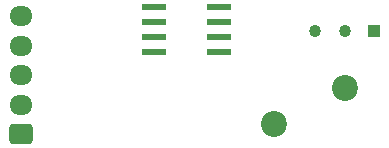
<source format=gbs>
%TF.GenerationSoftware,KiCad,Pcbnew,7.0.6*%
%TF.CreationDate,2023-07-13T14:42:16+02:00*%
%TF.ProjectId,RH_BreakLever_FreeJoy,52485f42-7265-4616-9b4c-657665725f46,rev?*%
%TF.SameCoordinates,Original*%
%TF.FileFunction,Soldermask,Bot*%
%TF.FilePolarity,Negative*%
%FSLAX46Y46*%
G04 Gerber Fmt 4.6, Leading zero omitted, Abs format (unit mm)*
G04 Created by KiCad (PCBNEW 7.0.6) date 2023-07-13 14:42:16*
%MOMM*%
%LPD*%
G01*
G04 APERTURE LIST*
G04 Aperture macros list*
%AMRoundRect*
0 Rectangle with rounded corners*
0 $1 Rounding radius*
0 $2 $3 $4 $5 $6 $7 $8 $9 X,Y pos of 4 corners*
0 Add a 4 corners polygon primitive as box body*
4,1,4,$2,$3,$4,$5,$6,$7,$8,$9,$2,$3,0*
0 Add four circle primitives for the rounded corners*
1,1,$1+$1,$2,$3*
1,1,$1+$1,$4,$5*
1,1,$1+$1,$6,$7*
1,1,$1+$1,$8,$9*
0 Add four rect primitives between the rounded corners*
20,1,$1+$1,$2,$3,$4,$5,0*
20,1,$1+$1,$4,$5,$6,$7,0*
20,1,$1+$1,$6,$7,$8,$9,0*
20,1,$1+$1,$8,$9,$2,$3,0*%
G04 Aperture macros list end*
%ADD10R,1.030000X1.030000*%
%ADD11C,1.030000*%
%ADD12C,2.200000*%
%ADD13RoundRect,0.250000X0.725000X-0.600000X0.725000X0.600000X-0.725000X0.600000X-0.725000X-0.600000X0*%
%ADD14O,1.950000X1.700000*%
%ADD15R,2.000000X0.600000*%
G04 APERTURE END LIST*
D10*
X68570000Y-25030001D03*
D11*
X66070000Y-25030001D03*
X63570000Y-25030001D03*
D12*
X60070000Y-32900001D03*
X66070000Y-29900001D03*
D13*
X38640000Y-33800000D03*
D14*
X38640000Y-31300000D03*
X38640000Y-28800000D03*
X38640000Y-26300000D03*
X38640000Y-23800000D03*
D15*
X55400000Y-22995000D03*
X55400000Y-24265000D03*
X55400000Y-25535000D03*
X55400000Y-26805000D03*
X49950000Y-26805000D03*
X49950000Y-25535000D03*
X49950000Y-24265000D03*
X49950000Y-22995000D03*
M02*

</source>
